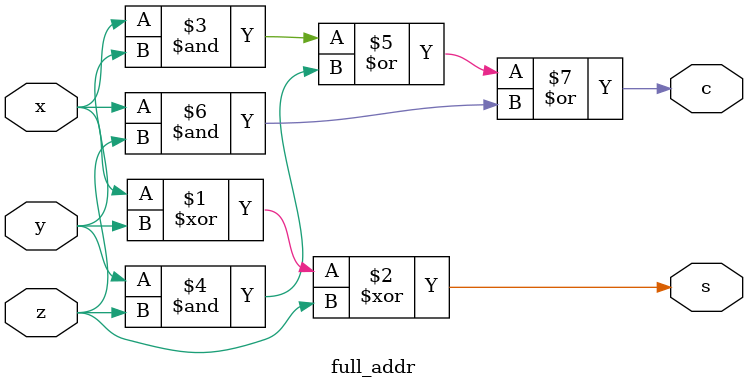
<source format=sv>
`timescale 1ns / 1ps


module computation_unit(
    input logic [7:0] a, s,
    input logic cin,
    input logic sub,
    
    output logic [7:0] out,
    output logic out_x
);
    
    logic [8:0] a_new, s_new, s_temp;
    logic dummy;
    assign a_new[8] = a[7];
    assign s_temp[8] = s[7];
    assign a_new[7:0] = a;
    assign s_temp[7:0] = s;
    
    logic c1, c2, c3, c4, c5, c6, c7, c8;
    logic c_temp;
    logic x_temp;
    
    always_comb
    begin
        if (sub == 1)
        begin
            s_new[7:0] = ~s_temp[7:0];
            s_new[8] = s_temp[8];
            c_temp = 1;
        end
        else
        begin
            s_new = s_temp;
            c_temp = 0;
        end
    end
        
    full_addr FA0 (.x (a_new[0]), .y (s_new[0]), .z (c_temp), .s (out[0]), .c (c1));
    full_addr FA1 (.x (a_new[1]), .y (s_new[1]), .z (c1), .s (out[1]), .c (c2));
    full_addr FA2 (.x (a_new[2]), .y (s_new[2]), .z (c2), .s (out[2]), .c (c3));
    full_addr FA3 (.x (a_new[3]), .y (s_new[3]), .z (c3), .s (out[3]), .c (c4));
    full_addr FA4 (.x (a_new[4]), .y (s_new[4]), .z (c4), .s (out[4]), .c (c5));
    full_addr FA5 (.x (a_new[5]), .y (s_new[5]), .z (c5), .s (out[5]), .c (c6));
    full_addr FA6 (.x (a_new[6]), .y (s_new[6]), .z (c6), .s (out[6]), .c (c7));
    full_addr FA7 (.x (a_new[7]), .y (s_new[7]), .z (c7), .s (out[7]), .c (c8));
    full_addr FA8 (.x (a_new[8]), .y (s_new[8]), .z (c8), .s (dummy), .c (out_x));
        
endmodule

module full_addr (input x,y,z, output s,c);
    assign s = x^y^z;
    assign c = (x&y)|(y&z)|(x&z);
endmodule
</source>
